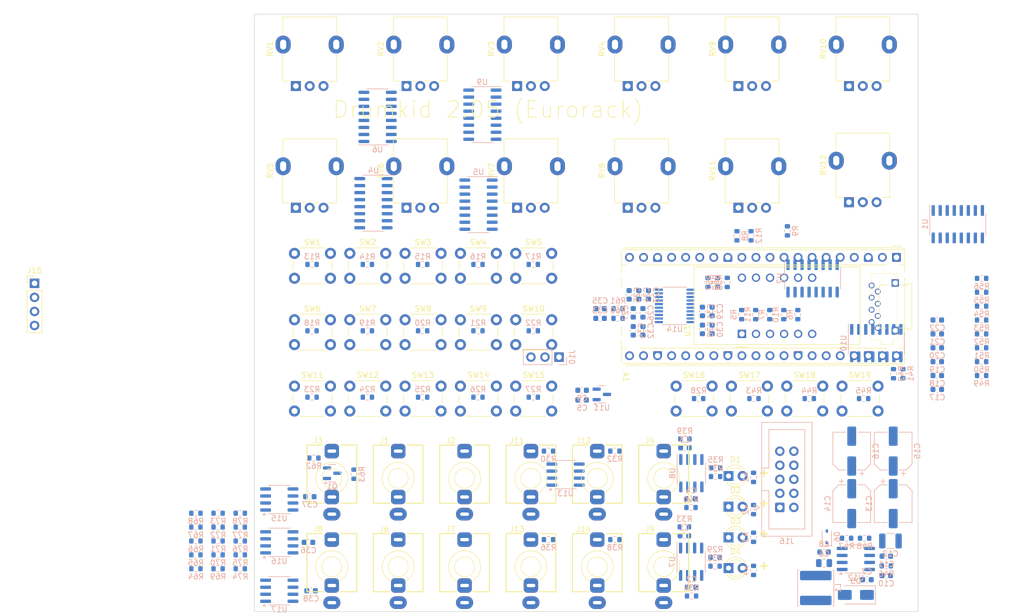
<source format=kicad_pcb>
(kicad_pcb (version 20241229) (generator "pcbnew") (generator_version "9.0")
  (layers (0 "F.Cu" signal) (4 "In1.Cu" signal) (6 "In2.Cu" signal) (2 "B.Cu" signal) (13 "F.Paste" user) (15 "B.Paste" user) (5 "F.SilkS" user "F.Silkscreen") (7 "B.SilkS" user "B.Silkscreen") (1 "F.Mask" user) (3 "B.Mask" user) (25 "Edge.Cuts" user))
  (net 0 "")
  (net 2 "CV_IN_3")
  (net 4 "GND")
  (net 5 "Net-(D1-A)")
  (net 6 "CV_IN_4")
  (net 7 "+12V")
  (net 8 "TRIGGER_OUT_1_EURO")
  (net 9 "TRIGGER_OUT_2_EURO")
  (net 10 "TRIGGER_OUT_3_EURO")
  (net 11 "TRIGGER_OUT_4_EURO")
  (net 12 "SYNC_IN_EURO")
  (net 13 "SYNC_OUT_EURO")
  (net 15 "SD_CLOCK")
  (net 16 "SD_SERIAL_OUT")
  (net 17 "SD_SERIAL_IN")
  (net 18 "SD_CHIP_SELECT")
  (net 19 "595_DATA")
  (net 20 "595_CLOCK")
  (net 21 "595_LATCH")
  (net 24 "EURO_OUT_1")
  (net 25 "165_LOAD")
  (net 26 "165_CLOCK")
  (net 27 "165_DATA")
  (net 28 "+5V")
  (net 29 "4051_ADDRESS_A")
  (net 30 "4051_ADDRESS_B")
  (net 31 "4051_ADDRESS_C")
  (net 33 "4051_READING_0")
  (net 34 "4051_READING_1")
  (net 35 "Net-(D5-K)")
  (net 36 "EURO_OUT_2")
  (net 38 "Net-(J14-PadT)")
  (net 40 "Net-(U7A--)")
  (net 41 "+3.3VDAC")
  (net 42 "Net-(U2-QB)")
  (net 43 "Net-(U2-QC)")
  (net 44 "Net-(U2-QD)")
  (net 45 "Net-(U2-QE)")
  (net 46 "Net-(U2-QF)")
  (net 47 "Net-(U2-QG)")
  (net 48 "Net-(U2-QH)")
  (net 49 "Net-(C10-Pad1)")
  (net 50 "Net-(U2-QA)")
  (net 51 "Net-(U7B--)")
  (net 52 "Net-(D6-A)")
  (net 53 "LINE_OUT_L")
  (net 54 "Net-(U12-BOOT)")
  (net 55 "LINE_OUT_R")
  (net 56 "Net-(U12-SS)")
  (net 57 "-12V")
  (net 58 "Net-(U12-COMP)")
  (net 59 "Net-(C18-Pad2)")
  (net 60 "Net-(C17-Pad2)")
  (net 62 "Net-(U13A--)")
  (net 63 "Net-(C21-Pad2)")
  (net 64 "Net-(C22-Pad2)")
  (net 65 "Net-(U13B--)")
  (net 66 "Net-(U8A--)")
  (net 67 "CV_IN_1")
  (net 68 "Net-(U8B--)")
  (net 69 "CV_IN_2")
  (net 70 "Net-(U14-CAPM)")
  (net 71 "Net-(U14-CAPP)")
  (net 75 "SERIAL_RX")
  (net 76 "DAC_LRC")
  (net 77 "DAC_BCLK")
  (net 78 "TRIGGER_OUT_1")
  (net 79 "DAC_DOUT")
  (net 80 "SERIAL_TX")
  (net 82 "Net-(D2-A)")
  (net 83 "Net-(D3-A)")
  (net 84 "Net-(D4-A)")
  (net 85 "TRIGGER_OUT_2")
  (net 86 "TRIGGER_OUT_3")
  (net 87 "TRIGGER_OUT_4")
  (net 88 "SYNC_OUT")
  (net 89 "+3.3V")
  (net 90 "SYNC_IN")
  (net 91 "Net-(U14-VNEG)")
  (net 92 "Net-(U14-LDOO)")
  (net 93 "Net-(U5-D0)")
  (net 95 "Net-(J11-PadT)")
  (net 96 "Net-(J12-PadT)")
  (net 97 "Net-(J15-Pin_1)")
  (net 98 "Net-(J13-PadT)")
  (net 99 "Net-(U5-D1)")
  (net 100 "Net-(U5-D2)")
  (net 101 "Net-(U5-D3)")
  (net 102 "Net-(U5-D4)")
  (net 103 "Net-(U5-D5)")
  (net 104 "Net-(U5-D6)")
  (net 105 "Net-(U5-D7)")
  (net 106 "Net-(Q1-B)")
  (net 108 "/Shift register in 1/DATA_OUT")
  (net 109 "Net-(J15-Pin_3)")
  (net 110 "Net-(J15-Pin_2)")
  (net 111 "/Shift register in 2/DATA_OUT")
  (net 112 "Net-(J15-Pin_4)")
  (net 113 "Net-(U1-QE)")
  (net 114 "Net-(U3-e)")
  (net 115 "Net-(U1-QG)")
  (net 116 "Net-(U3-g)")
  (net 117 "12V DETECTION")
  (net 118 "Net-(U3-DPX)")
  (net 119 "Net-(U1-QH)")
  (net 120 "Net-(U1-QA)")
  (net 121 "Net-(U3-a)")
  (net 122 "Net-(U3-b)")
  (net 123 "Net-(U1-QB)")
  (net 124 "Net-(U3-c)")
  (net 125 "Net-(U1-QC)")
  (net 126 "Net-(U1-QD)")
  (net 127 "Net-(U3-d)")
  (net 128 "Net-(U3-f)")
  (net 129 "Net-(U1-QF)")
  (net 130 "Net-(U4-D0)")
  (net 131 "Net-(U4-D1)")
  (net 132 "Net-(U4-D2)")
  (net 133 "Net-(U4-D3)")
  (net 134 "Net-(U4-D4)")
  (net 135 "Net-(U4-D5)")
  (net 136 "Net-(U4-D6)")
  (net 137 "Net-(U4-D7)")
  (net 138 "Net-(U10-D0)")
  (net 139 "Net-(U10-D1)")
  (net 140 "Net-(U16B--)")
  (net 141 "Net-(U16A--)")
  (net 142 "Net-(R66-Pad1)")
  (net 143 "Net-(R67-Pad1)")
  (net 144 "Net-(U17B--)")
  (net 145 "Net-(U17A--)")
  (net 146 "Net-(R72-Pad1)")
  (net 147 "Net-(R73-Pad1)")
  (net 148 "Net-(U10-D2)")
  (net 149 "Net-(R77-Pad1)")
  (net 150 "Net-(U12-VSENSE)")
  (net 151 "Net-(U14-BCK)")
  (net 152 "Net-(U14-DIN)")
  (net 153 "Net-(U14-LRCK)")
  (net 154 "Net-(U14-OUTL)")
  (net 155 "Net-(U14-OUTR)")
  (net 156 "Net-(U15B--)")
  (net 157 "Net-(U15A--)")
  (net 158 "Net-(U6-A0)")
  (net 159 "Net-(U6-A1)")
  (net 160 "Net-(U6-A2)")
  (net 161 "Net-(U6-A3)")
  (net 162 "Net-(U6-A4)")
  (net 163 "Net-(U6-A5)")
  (net 164 "Net-(U6-A6)")
  (net 165 "Net-(U6-A7)")
  (net 166 "Net-(U9-A0)")
  (net 167 "Net-(U9-A1)")
  (net 168 "Net-(U9-A2)")
  (net 169 "Net-(U9-A3)")
  (net 170 "Net-(U1-QH')")
  (footprint "Button_Switch_THT:SW_PUSH_6mm" (layer "F.Cu") (at 117.25 95.25)
    (property "Reference" "SW10")
    (property "Value" "SW_Push")
  )
  (footprint "Button_Switch_THT:SW_PUSH_6mm" (layer "F.Cu") (at 97.25 95.25)
    (property "Reference" "SW8")
    (property "Value" "SW_Push")
  )
  (footprint "Library:Potentiometer_Alpha_RD901F-40-00D_Single_Vertical" (layer "F.Cu") (at 117.5 53 90)
    (property "Reference" "RV3")
    (property "Value" "10k")
  )
  (footprint "AudioJacks:Jack_3.5mm_QingPu_WQP-PJ398SM_Vertical" (layer "F.Cu") (at 96 123.92)
    (property "Reference" "J1")
    (property "Value" "Trigger_Out_1")
  )
  (footprint "AudioJacks:Jack_3.5mm_QingPu_WQP-PJ398SM_Vertical" (layer "F.Cu") (at 132 123.92)
    (property "Reference" "J12")
    (property "Value" "CV_In_2")
  )
  (footprint "Library:Potentiometer_Alpha_RD901F-40-00D_Single_Vertical" (layer "F.Cu") (at 137.5 75 90)
    (property "Reference" "RV8")
    (property "Value" "10k")
  )
  (footprint "AudioJacks:Jack_3.5mm_QingPu_WQP-PJ398SM_Vertical" (layer "F.Cu") (at 120 123.92)
    (property "Reference" "J11")
    (property "Value" "CV_In_1")
  )
  (footprint "Button_Switch_THT:SW_PUSH_6mm" (layer "F.Cu") (at 176.25 107.25)
    (property "Reference" "SW19")
    (property "Value" "SW_Push")
  )
  (footprint "AudioJacks:Jack_3.5mm_QingPu_WQP-PJ398SM_Vertical" (layer "F.Cu") (at 144 139.92)
    (property "Reference" "J9")
    (property "Value" "Euro_Out_2")
  )
  (footprint "Library:Potentiometer_Alpha_RD901F-40-00D_Single_Vertical" (layer "F.Cu") (at 137.5 53 90)
    (property "Reference" "RV4")
    (property "Value" "10k")
  )
  (footprint "Button_Switch_THT:SW_PUSH_6mm" (layer "F.Cu") (at 97.25 83.25)
    (property "Reference" "SW3")
    (property "Value" "SW_Push")
  )
  (footprint "Library:Potentiometer_Alpha_RD901F-40-00D_Single_Vertical" (layer "F.Cu") (at 77.5 53 90)
    (property "Reference" "RV1")
    (property "Value" "10k")
  )
  (footprint "Library:Potentiometer_Alpha_RD901F-40-00D_Single_Vertical" (layer "F.Cu") (at 177.5 53 90)
    (property "Reference" "RV10")
    (property "Value" "10k")
  )
  (footprint "AudioJacks:Jack_3.5mm_QingPu_WQP-PJ398SM_Vertical" (layer "F.Cu") (at 84 123.92)
    (property "Reference" "J3")
    (property "Value" "Sync_In")
  )
  (footprint "Button_Switch_THT:SW_PUSH_6mm" (layer "F.Cu") (at 107.25 95.25)
    (property "Reference" "SW9")
    (property "Value" "SW_Push")
  )
  (footprint "AudioJacks:Jack_3.5mm_QingPu_WQP-PJ398SM_Vertical" (layer "F.Cu") (at 120 139.92)
    (property "Reference" "J13")
    (property "Value" "CV_In_3")
  )
  (footprint "AudioJacks:Jack_3.5mm_QingPu_WQP-PJ398SM_Vertical" (layer "F.Cu") (at 132 139.92)
    (property "Reference" "J14")
    (property "Value" "CV_In_4")
  )
  (footprint "Button_Switch_THT:SW_PUSH_6mm" (layer "F.Cu") (at 77.25 95.25)
    (property "Reference" "SW6")
    (property "Value" "SW_Push")
  )
  (footprint "Library:Potentiometer_Alpha_RD901F-40-00D_Single_Vertical" (layer "F.Cu") (at 117.5 75 90)
    (property "Reference" "RV7")
    (property "Value" "10k")
  )
  (footprint "Button_Switch_THT:SW_PUSH_6mm" (layer "F.Cu") (at 156.25 107.25)
    (property "Reference" "SW17")
    (property "Value" "SW_Push")
  )
  (footprint "Button_Switch_THT:SW_PUSH_6mm" (layer "F.Cu") (at 77.25 83.25)
    (property "Reference" "SW1")
    (property "Value" "SW_Push")
  )
  (footprint "Library:SR410361N" (layer "F.Cu") (at 158.15 97.81 90)
    (property "Reference" "U3")
    (property "Value" "CA56-12EWA")
  )
  (footprint "misc:YAMAICHI_MICROSD_VERTICAL" (layer "F.Cu") (at 182.7 92.9 90)
    (property "Reference" "J5" (hide yes))
    (property "Value" "Micro_SD_Card" (hide yes))
  )
  (footprint "LED_THT:LED_D3.0mm" (layer "F.Cu") (at 155.725 134.6)
    (property "Reference" "D3")
    (property "Value" "LED")
  )
  (footprint "Library:Potentiometer_Alpha_RD901F-40-00D_Single_Vertical" (layer "F.Cu") (at 157.5 75 90)
    (property "Reference" "RV11")
    (property "Value" "10k")
  )
  (footprint "Library:Potentiometer_Alpha_RD901F-40-00D_Single_Vertical" (layer "F.Cu") (at 157.5 53 90)
    (property "Reference" "RV9")
    (property "Value" "10k")
  )
  (footprint "AudioJacks:Jack_3.5mm_QingPu_WQP-PJ398SM_Vertical" (layer "F.Cu") (at 96 139.92)
    (property "Reference" "J6")
    (property "Value" "Trigger_Out_3")
  )
  (footprint "Button_Switch_THT:SW_PUSH_6mm" (layer "F.Cu") (at 117.25 107.25)
    (property "Reference" "SW15")
    (property "Value" "SW_Push")
  )
  (footprint "Button_Switch_THT:SW_PUSH_6mm" (layer "F.Cu") (at 97.25 107.25)
    (property "Reference" "SW13")
    (property "Value" "SW_Push")
  )
  (footprint "Button_Switch_THT:SW_PUSH_6mm" (layer "F.Cu") (at 166.25 107.25)
    (property "Reference" "SW18")
    (property "Value" "SW_Push")
  )
  (footprint "Button_Switch_THT:SW_PUSH_6mm" (layer "F.Cu") (at 77.25 107.25)
    (property "Reference" "SW11")
    (property "Value" "SW_Push")
  )
  (footprint "Button_Switch_THT:SW_PUSH_6mm" (layer "F.Cu") (at 87.25 83.25)
    (property "Reference" "SW2")
    (property "Value" "SW_Push")
  )
  (footprint "Button_Switch_THT:SW_PUSH_6mm" (layer "F.Cu") (at 87.25 95.25)
    (property "Reference" "SW7")
    (property "Value" "SW_Push")
  )
  (footprint "LED_THT:LED_D3.0mm" (layer "F.Cu") (at 155.725 129.05)
    (property "Reference" "D2")
    (property "Value" "LED")
  )
  (footprint "LED_THT:LED_D3.0mm" (layer "F.Cu") (at 155.725 123.5)
    (property "Reference" "D1")
    (property "Value" "LED")
  )
  (footprint "AudioJacks:Jack_3.5mm_QingPu_WQP-PJ398SM_Vertical" (layer "F.Cu") (at 144 123.92)
    (property "Reference" "J4")
    (property "Value" "Euro_Out_1")
  )
  (footprint "Button_Switch_THT:SW_PUSH_6mm" (layer "F.Cu") (at 87.25 107.25)
    (property "Reference" "SW12")
    (property "Value" "SW_Push")
  )
  (footprint "LED_THT:LED_D3.0mm" (layer "F.Cu") (at 155.725 140.15)
    (property "Reference" "D4")
    (property "Value" "LED")
  )
  (footprint "Button_Switch_THT:SW_PUSH_6mm" (layer "F.Cu") (at 107.25 83.25)
    (property "Reference" "SW4")
    (property "Value" "SW_Push")
  )
  (footprint "Library:Potentiometer_Alpha_RD901F-40-00D_Single_Vertical" (layer "F.Cu") (at 177.5 74 90)
    (property "Reference" "RV12")
    (property "Value" "10k")
  )
  (footprint "AudioJacks:Jack_3.5mm_QingPu_WQP-PJ398SM_Vertical" (layer "F.Cu") (at 108 139.92)
    (property "Reference" "J7")
    (property "Value" "Trigger_Out_4")
  )
  (footprint "Library:Potentiometer_Alpha_RD901F-40-00D_Single_Vertical" (layer "F.Cu") (at 97.5 75 90)
    (property "Reference" "RV6")
    (property "Value" "10k")
  )
  (footprint "Connector_PinHeader_2.54mm:PinHeader_1x04_P2.54mm_Vertical" (layer "F.Cu") (at 30.25 88.67)
    (property "Reference" "J15")
    (property "Value" "Conn_01x04_Pin")
  )
  (footprint "AudioJacks:Jack_3.5mm_QingPu_WQP-PJ398SM_Vertical" (layer "F.Cu") (at 108 123.92)
    (property "Reference" "J2")
    (property "Value" "Trigger_Out_2")
  )
  (footprint "Library:Potentiometer_Alpha_RD901F-40-00D_Single_Vertical" (layer "F.Cu") (at 77.5 75 90)
    (property "Reference" "RV5")
    (property "Value" "10k")
  )
  (footprint "Button_Switch_THT:SW_PUSH_6mm" (layer "F.Cu") (at 117.25 83.25)
    (property "Reference" "SW5")
    (property "Value" "SW_Push")
  )
  (footprint "Library:Potentiometer_Alpha_RD901F-40-00D_Single_Vertical" (layer "F.Cu") (at 97.5 53 90)
    (property "Reference" "RV2")
    (property "Value" "10k")
  )
  (footprint "Button_Switch_THT:SW_PUSH_6mm" (layer "F.Cu") (at 146.25 107.25)
    (property "Reference" "SW16")
    (property "Value" "SW_Push")
  )
  (footprint "AudioJacks:Jack_3.5mm_QingPu_WQP-PJ398SM_Vertical" (layer "F.Cu") (at 84 139.92)
    (property "Reference" "J8")
    (property "Value" "Sync_Out")
  )
  (footprint "Library:RaspberryPi_Pico_Common_THT" (layer "F.Cu") (at 186.08 83.97 -90)
    (property "Reference" "A1")
    (property "Value" "RaspberryPi_Pico")
  )
  (footprint "Button_Switch_THT:SW_PUSH_6mm" (layer "F.Cu") (at 107.25 107.25)
    (property "Reference" "SW14")
    (property "Value" "SW_Push")
  )
  (footprint "Resistor_SMD:R_0603_1608Metric" (layer "B.Cu") (at 80.425 109.25 180)
    (property "Reference" "R23")
    (property "Value" "10k")
  )
  (footprint "Resistor_SMD:R_0603_1608Metric" (layer "B.Cu") (at 120.425 109.25 180)
    (property "Reference" "R27")
    (property "Value" "10k")
  )
  (footprint "Package_TO_SOT_SMD:SOT-23" (layer "B.Cu") (at 132.8125 108.75)
    (property "Reference" "U11")
    (property "Value" "AP7333-33SAG")
  )
  (footprint "Capacitor_SMD:C_0603_1608Metric" (layer "B.Cu") (at 151 93.75 90)
    (property "Reference" "C31")
    (property "Value" "0.1uF")
  )
  (footprint "Capacitor_SMD:C_0603_1608Metric" (layer "B.Cu") (at 180.75 142.25 180)
    (property "Reference" "C7")
    (property "Value" "100nF")
  )
  (footprint "Resistor_SMD:R_0603_1608Metric" (layer "B.Cu") (at 153.29 138.2 180)
    (property "Reference" "R29")
    (property "Value" "240k")
  )
  (footprint "Resistor_SMD:R_0603_1608Metric" (layer "B.Cu") (at 63.435 132.74)
    (property "Reference" "R72")
    (property "Value" "100k")
  )
  (footprint "Resistor_SMD:R_0603_1608Metric" (layer "B.Cu") (at 160.25 123.75 -90)
    (property "Reference" "R1")
    (property "Value" "75R")
  )
  (footprint "Resistor_SMD:R_0603_1608Metric" (layer "B.Cu") (at 120.425 97.25 180)
    (property "Reference" "R22")
    (property "Value" "10k")
  )
  (footprint "Capacitor_SMD:C_0603_1608Metric" (layer "B.Cu") (at 79.775 135.5)
    (property "Reference" "C36")
    (property "Value" "100n")
  )
  (footprint "Resistor_SMD:R_0603_1608Metric" (layer "B.Cu") (at 135.75 93.25 180)
    (property "Reference" "R61")
    (property "Value" "470R")
  )
  (footprint "Resistor_SMD:R_0603_1608Metric" (layer "B.Cu") (at 120.425 85.25 180)
    (property "Reference" "R17")
    (property "Value" "10k")
  )
  (footprint "Resistor_SMD:R_0603_1608Metric" (layer "B.Cu") (at 59.425 140.27)
    (property "Reference" "R64")
    (property "Value" "100k")
  )
  (footprint "Resistor_SMD:R_0603_1608Metric" (layer "B.Cu") (at 80.425 97.25 180)
    (property "Reference" "R18")
    (property "Value" "10k")
  )
  (footprint "Resistor_SMD:R_0603_1608Metric" (layer "B.Cu") (at 67.445 137.76)
    (property "Reference" "R75")
    (property "Value" "1k")
  )
  (footprint "Capacitor_SMD:CP_Elec_6.3x7.7" (layer "B.Cu") (at 178 128.5 -90)
    (property "Reference" "C14")
    (property "Value" "470uF")
  )
  (footprint "Resistor_SMD:R_0603_1608Metric" (layer "B.Cu") (at 67.445 135.25)
    (property "Reference" "R76")
    (property "Value" "100k")
  )
  (footprint "Capacitor_SMD:C_0603_1608Metric" (layer "B.Cu") (at 173 137.25 180)
    (property "Reference" "C8")
    (property "Value" "8.2nF")
  )
  (footprint "Package_SO:SOIC-8_3.9x4.9mm_P1.27mm" (layer "B.Cu") (at 74.5 144.25)
    (property "Reference" "U17")
    (property "Value" "TL072")
  )
  (footprint "Resistor_SMD:R_0603_1608Metric" (layer "B.Cu") (at 59.425 137.76)
    (property "Reference" "R65")
    (property "Value" "100k")
  )
  (footprint "Resistor_SMD:R_0603_1608Metric" (layer "B.Cu") (at 160.325 109.5 180)
    (property "Reference" "R43")
    (property "Value" "10k")
  )
  (footprint "Capacitor_SMD:C_0603_1608Metric" (layer "B.Cu") (at 184.25 141.5)
    (property "Reference" "C10")
    (property "Value" "1nF")
  )
  (footprint "Resistor_SMD:R_0603_1608Metric" (layer "B.Cu") (at 160.63 94.325 -90)
    (property "Reference" "R11")
    (property "Value" "75R")
  )
  (footprint "Capacitor_SMD:C_0603_1608Metric" (layer "B.Cu") (at 138.5 94 -90)
    (property "Reference" "C27")
    (property "Value" "2.2uF")
  )
  (footprint "Capacitor_SMD:C_0603_1608Metric" (layer "B.Cu") (at 137.75 90.75 90)
    (property "Reference" "C25")
    (property "Value" "10uF")
  )
  (footprint "Resistor_SMD:R_0603_1608Metric" (layer "B.Cu") (at 153.39 122 180)
    (property "Reference" "R35")
    (property "Value" "240k")
  )
  (footprint "Resistor_SMD:R_0603_1608Metric" (layer "B.Cu") (at 166.37 79.185 90)
    (property "Reference" "R9")
    (property "Value" "75R")
  )
  (footprint "Capacitor_SMD:C_0603_1608Metric" (layer "B.Cu") (at 129.25 109.76)
    (property "Reference" "C5")
    (property "Value" "1uF")
  )
  (footprint "Capacitor_SMD:C_0603_1608Metric" (layer "B.Cu") (at 193.465 102.83)
    (property "Reference" "C19")
    (property "Value" "100n")
  )
  (footprint "Resistor_SMD:R_0603_1608Metric" (layer "B.Cu") (at 158.09 94.325 -90)
    (property "Reference" "R5")
    (property "Value" "75R")
  )
  (footprint "Capacitor_SMD:C_1210_3225Metric" (layer "B.Cu") (at 185 135.25)
    (property "Reference" "C12")
    (property "Value" "47uF")
  )
  (footprint "Resistor_SMD:R_0603_1608Metric" (layer "B.Cu") (at 110.425 109.25 180)
    (property "Reference" "R26")
    (property "Value" "10k")
  )
  (footprint "Resistor_SMD:R_0603_1608Metric" (layer "B.Cu") (at 170.325 109.5 180)
    (property "Reference" "R44")
    (property "Value" "10k")
  )
  (footprint "Package_SO:SOIC-16_3.9x9.9mm_P1.27mm" (layer "B.Cu") (at 92.275 58.575)
    (property "Reference" "U6")
    (property "Value" "74HC4051")
  )
  (footprint "Resistor_SMD:R_0603_1608Metric" (layer "B.Cu") (at 90.425 85.25 180)
    (property "Reference" "R14")
    (property "Value" "10k")
  )
  (footprint "Resistor_SMD:R_0603_1608Metric" (layer "B.Cu") (at 157.25 80.075 90)
    (property "Reference" "R8")
    (property "Value" "75R")
  )
  (footprint "Package_SO:SOIC-16_3.9x9.9mm_P1.27mm" (layer "B.Cu") (at 197.175 77.975 -90)
    (property "Reference" "U1")
    (property "Value" "74HC595")
  )
  (footprint "Capacitor_SMD:C_0603_1608Metric" (layer "B.Cu") (at 132.5 93.25 180)
    (property "Reference" "C35")
    (property "Value" "2.2nF")
  )
  (footprint "Resistor_SMD:R_0603_1608Metric" (layer "B.Cu") (at 59.425 132.74)
    (property "Reference" "R67")
    (property "Value" "100k")
  )
  (footprint "Resistor_SMD:R_0603_1608Metric" (layer "B.Cu") (at 123.175 119)
    (property "Reference" "R30")
    (property "Value" "100k")
  )
  (footprint "Resistor_SMD:R_0603_1608Metric" (layer "B.Cu") (at 100.425 85.25 180)
    (property "Reference" "R15")
    (property "Value" "10k")
  )
  (footprint "Resistor_SMD:R_0603_1608Metric" (layer "B.Cu") (at 123.175 135)
    (property "Reference" "R36")
    (property "Value" "100k")
  )
  (footprint "Resistor_SMD:R_0603_1608Metric" (layer "B.Cu") (at 110.425 97.25 180)
    (property "Reference" "R21")
    (property "Value" "10k")
  )
  (footprint "Capacitor_SMD:CP_Elec_6.3x7.7" (layer "B.Cu") (at 178 119 90)
    (property "Reference" "C16")
    (property "Value" "470uF")
  )
  (footprint "Resistor_SMD:R_0603_1608Metric" (layer "B.Cu") (at 100.425 97.25 180)
    (property "Reference" "R20")
    (property "Value" "10k")
  )
  (footprint "Resistor_SMD:R_0603_1608Metric" (layer "B.Cu") (at 165.71 94.325 -90)
    (property "Reference" "R10")
    (property "Value" "75R")
  )
  (footprint "Resistor_SMD:R_0603_1608Metric" (layer "B.Cu") (at 80.425 85.25 180)
    (property "Reference" "R13")
    (property "Value" "10k")
  )
  (footprint "Package_SO:SOIC-8_3.9x4.9mm_P1.27mm" (layer "B.Cu") (at 74.5 127.75)
    (property "Reference" "U15")
    (property "Value" "TL072")
  )
  (footprint "Capacitor_SMD:C_0603_1608Metric" (layer "B.Cu") (at 193.465 95.3)
    (property "Reference" "C22")
    (property "Value" "18p")
  )
  (footprint "Capacitor_SMD:C_0603_1608Metric" (layer "B.Cu") (at 80.25 144.25)
    (property "Reference" "C38")
    (property "Value" "100n")
  )
  (footprint "Resistor_SMD:R_0603_1608Metric" (layer "B.Cu") (at 160.25 140.575 -90)
    (property "Reference" "R4")
    (property "Value" "75R")
  )
  (footprint "Package_SO:TSSOP-20_4.4x6.5mm_P0.65mm" (layer "B.Cu") (at 146 92.75)
    (property "Reference" "U14")
    (property "Value" "PCM5102")
  )
  (footprint "Resistor_SMD:R_0603_1608Metric" (layer "B.Cu") (at 201.485 100.32)
    (property "Reference" "R51")
    (property "Value" "5.6k")
  )
  (footprint "Resistor_SMD:R_0603_1608Metric" (layer "B.Cu") (at 59.425 130.23)
    (property "Reference" "R68")
    (property "Value" "1k")
  )
  (footprint "Capacitor_SMD:C_0603_1608Metric" (layer "B.Cu") (at 151 97 90)
    (property "Reference" "C28")
    (property "Value" "0.1uF")
  )
  (footprint "Resistor_SMD:R_0603_1608Metric" (layer "B.Cu") (at 152 88.5 90)
    (property "Reference" "R59")
    (property "Value" "56R")
  )
  (footprint "Capacitor_SMD:C_0603_1608Metric" (layer "B.Cu") (at 141.25 90.75 90)
    (property "Reference" "C23")
    (property "Value" "0.1uF")
  )
  (footprint "Capacitor_SMD:C_0603_1608Metric" (layer "B.Cu") (at 140.25 94 90)
    (property "Reference" "C26")
    (property "Value" "2.2uF")
  )
  (footprint "Resistor_SMD:R_0603_1608Metric" (layer "B.Cu") (at 163.17 94.325 -90)
    (property "Reference" "R7")
    (property "Value" "75R")
  )
  (footprint "Capacitor_SMD:C_0603_1608Metric" (layer "B.Cu") (at 148.94 127.6 180)
    (property "Reference" "C4")
    (property "Value" "1n")
  )
  (footprint "Resistor_SMD:R_0603_1608Metric" (layer "B.Cu") (at 110.425 85.25 180)
    (property "Reference" "R16")
    (property "Value" "10k")
  )
  (footprint "Capacitor_SMD:C_0603_1608Metric" (layer "B.Cu") (at 184.25 138)
    (property "Reference" "C11")
    (property "Value" "10pF")
  )
  (footprint "Resistor_SMD:R_0603_1608Metric" (layer "B.Cu") (at 184.25 139.75)
    (property "Reference" "R46")
    (property "Value" "42.2k")
  )
  (footprint "Resistor_SMD:R_0603_1608Metric" (layer "B.Cu") (at 135.75 95 180)
    (property "Reference" "R60")
    (property "Value" "470R")
  )
  (footprint "Resistor_SMD:R_0603_1608Metric" (layer "B.Cu") (at 168.25 94.325 -90)
    (property "Reference" "R6")
    (property "Value" "75R")
  )
  (footprint "Resistor_SMD:R_0603_1608Metric" (layer "B.Cu") (at 67.445 130.23)
    (property "Reference" "R78")
    (property "Value" "1k")
  )
  (footprint "Diode_SMD:D_SOD-323" (layer "B.Cu") (at 173.5 134.5 90)
    (property "Reference" "D6")
    (property "Value" "1N5819WS")
  )
  (footprint "Resistor_SMD:R_0603_1608Metric" (layer "B.Cu") (at 63.435 140.27)
    (property "Reference" "R69")
    (property "Value" "1k")
  )
  (footprint "Capacitor_SMD:C_0603_1608Metric" (layer "B.Cu") (at 193.465 97.81)
    (property "Reference" "C21")
    (property "Value" "18p")
  )
  (footprint "Capacitor_SMD:C_0603_1608Metric" (layer "B.Cu") (at 139.5 90.75 90)
    (property "Reference" "C24")
    (property "Value" "1uF")
  )
  (footprint "Resistor_SMD:R_0603_1608Metric" (layer "B.Cu") (at 201.485 95.3)
    (property "Reference" "R53")
    (property "Value" "39k")
  )
  (footprint "Package_SO:SOIC-16_3.9x9.9mm_P1.27mm" (layer "B.Cu") (at 170.925 87.775 -90)
    (property "Reference" "U2")
    (property "Value" "74HC595")
  )
  (footprint "Capacitor_SMD:C_0603_1608Metric" (layer "B.Cu") (at 152.75 93.75 90)
    (property "Reference" "C29")
    (property "Value" "1uF")
  )
  (footprint "Capacitor_SMD:C_0603_1608Metric" (layer "B.Cu") (at 193.465 107.85)
    (property "Reference" "C17")
    (property "Value" "10uF")
  )
  (footprint "Resistor_SMD:R_0603_1608Metric" (layer "B.Cu") (at 185.55 105 90)
    (property "Reference" "R42")
    (property "Value" "100k")
  )
  (footprint "Package_SO:SOIC-16_3.9x9.9mm_P1.27mm" (layer "B.Cu") (at 111.225 58.175 180)
    (property "Reference" "U9")
    (property "Value" "74HC4051")
  )
  (footprint "Capacitor_SMD:C_0603_1608Metric" (layer "B.Cu") (at 149.04 143.6 180)
    (property "Reference" "C2")
    (property "Value" "1n")
  )
  (footprint "Package_SO:SOIC-8_3.9x4.9mm_P1.27mm" (layer "B.Cu") (at 126.25 123.25)
    (property "Reference" "U13")
    (property "Value" "TL072")
  )
  (footprint "Resistor_SMD:R_0603_1608Metric" (layer "B.Cu") (at 201.485 87.77)
    (property "Reference" "R56")
    (property "Value" "1k")
  )
  (footprint "Resistor_SMD:R_0603_1608Metric" (layer "B.Cu") (at 160.25 129.575 -90)
    (property "Reference" "R2")
    (property "Value" "75R")
  )
  (footprint "Connector_PinHeader_2.54mm:PinHeader_1x03_P2.54mm_Vertical" (layer "B.Cu") (at 125.08 102 90)
    (property "Reference" "J10")
    (property "Value" "Conn_01x03_Pin")
  )
  (footprint "Resistor_SMD:R_0603_1608Metric" (layer "B.Cu") (at 67.445 132.74)
    (property "Reference" "R77")
    (property "Value" "100k")
  )
  (footprint "Package_TO_SOT_SMD:SOT-23" (layer "B.Cu") (at 84.0625 123)
    (property "Reference" "Q1")
    (property "Value" "MMBT3904")
  )
  (footprint "Resistor_SMD:R_0603_1608Metric" (layer "B.Cu") (at 201.485 97.81)
    (property "Reference" "R52")
    (property "Value" "5.6k")
  )
  (footprint "Capacitor_SMD:C_0603_1608Metric" (layer "B.Cu") (at 132.5 95 180)
    (property "Reference" "C33")
    (property "Value" "2.2nF")
  )
  (footprint "Capacitor_SMD:CP_Elec_6.3x7.7" (layer "B.Cu") (at 185.5 119 90)
    (property "Reference" "C15")
    (property "Value" "470uF")
  )
  (footprint "Resistor_SMD:R_0603_1608Metric" (layer "B.Cu") (at 159.79 80.075 90)
    (property "Reference" "R12")
    (property "Value" "75R")
  )
  (footprint "Capacitor_SMD:C_0805_2012Metric" (layer "B.Cu") (at 173 139.25 180)
    (property "Reference" "C6")
    (property "Value" "22uF")
  )
  (footprint "Capacitor_SMD:C_0603_1608Metric" (layer "B.Cu") (at 140.25 97.25 90)
    (property "Reference" "C32")
    (property "Value" "0.1uF")
  )
  (footprint "Connector_IDC:IDC-Header_2x05_P2.54mm_Vertical" (layer "B.Cu") (at 165 129.18)
    (property "Reference" "J16")
    (property "Value" "Eurorack_Power")
  )
  (footprint "Package_SO:SOIC-16_3.9x9.9mm_P1.27mm" (layer "B.Cu") (at 110.525 74.445 180)
    (property "Reference" "U5")
    (property "Value" "74HC165")
  )
  (footprint "Capacitor_SMD:C_0603_1608Metric" (layer "B.Cu") (at 147.74 134.3 180)
    (property "Reference" "C1")
    (property "Value" "1n")
  )
  (footprint "Capacitor_SMD:CP_Elec_6.3x7.7" (layer "B.Cu") (at 185.5 128.5 -90)
    (property "Reference" "C13")
    (property "Value" "470uF")
  )
  (footprint "Resistor_SMD:R_0603_1608Metric" (layer "B.Cu") (at 150.325 109.5 180)
    (property "Reference" "R28")
    (property "Value" "10k")
  )
  (footprint "Resistor_SMD:R_0603_1608Metric" (layer "B.Cu") (at 149.04 145.2 180)
    (property "Reference" "R34")
    (property "Value" "33k")
  )
  (footprint "Resistor_SMD:R_0603_1608Metric" (layer "B.Cu") (at 147.74 132.7 180)
    (property "Reference" "R33")
    (property "Value" "33k")
  )
  (footprint "Package_SO:SOIC-8_3.9x4.9mm_P1.27mm" (layer "B.Cu") (at 178.75 138.5)
    (property "Reference" "U12")
    (property "Value" "TPS54331DR")
  )
  (footprint "Diode_SMD:D_SMA" (layer "B.Cu") (at 178.75 145 180)
    (property "Reference" "D5")
    (property "Value" "B340A")
  )
  (footprint "Resistor_SMD:R_0603_1608Metric" (layer "B.Cu") (at 155.5 88.5 -90)
    (property "Reference" "R58")
    (property "Value" "56R")
  )
  (footprint "Capacitor_SMD:C_0603_1608Metric" (layer "B.Cu") (at 193.465 105.34)
    (property "Reference" "C18")
    (property "Value" "10uF")
  )
  (footprint "Resistor_SMD:R_0603_1608Metric" (layer "B.Cu") (at 59.425 135.25)
    (property "Reference" "R66")
    (property "Value" "100k")
  )
  (footprint "Package_SO:SOIC-16_3.9x9.9mm_P1.27mm" (layer "B.Cu") (at 182.445 99.475 -90)
    (property "Reference" "U10")
    (property "Value" "74HC165")
  )
  (footprint "Capacitor_SMD:C_0603_1608Metric" (layer "B.Cu") (at 129.25 108)
    (property "Reference" "C9")
    (property "Value" "1uF")
  )
  (footprint "Resistor_SMD:R_0603_1608Metric" (layer "B.Cu") (at 80.75 120.25)
    (property "Reference" "R62")
    (property "Value" "100K")
  )
  (footprint "Capacitor_SMD:C_0603_1608Metric" (layer "B.Cu") (at 193.465 100.32)
    (property "Reference" "C20")
    (property "Value" "100n")
  )
  (footprint "Resistor_SMD:R_0603_1608Metric" (layer "B.Cu") (at 201.485 105.34)
    (property "Reference" "R49")
    (property "Value" "39k")
  )
  (footprint "Package_SO:SOIC-8_3.9x4.9mm_P1.27mm" (layer "B.Cu") (at 148.965 139 -90)
    (property "Reference" "U7")
    (property "Value" "MCP6002-xSN")
  )
  (footprint "Capacitor_SMD:C_0603_1608Metric" (layer "B.Cu") (at 147.84 118.4 180)
    (property "Reference" "C3")
    (property "Value" "1n")
  )
  (footprint "Resistor_SMD:R_0603_1608Metric" (layer "B.Cu") (at 187.25 105 90)
    (property "Reference" "R41")
    (property "Value" "330k")
  )
  (footprint "Resistor_SMD:R_0603_1608Metric" (layer "B.Cu") (at 180.325 134.75)
    (property "Reference" "R48")
    (property "Value" "1.69k")
  )
  (footprint "Capacitor_SMD:C_0603_1608Metric" (layer "B.Cu") (at 80.025 127.24)
    (property "Reference" "C37")
    (property "Value" "100n")
  )
  (footprint "Resistor_SMD:R_0603_1608Metric" (layer "B.Cu") (at 153.75 88.5 -90)
    (property "Reference" "R57")
    (property "Value" "56R")
  )
  (footprint "Resistor_SMD:R_0603_1608Metric" (layer "B.Cu") (at 100.425 109.25 180)
    (property "Reference" "R25")
    (property "Value" "10k")
  )
  (footprint "Resistor_SMD:R_0603_1608Metric" (layer "B.Cu") (at 67.445 140.27)
    (property "Reference" "R74")
    (property "Value" "1k")
  )
  (footprint "Resistor_SMD:R_0603_1608Metric" (layer "B.Cu") (at 201.485 102.83)
    (property "Reference" "R50")
    (property "Value" "39k")
  )
  (footprint "Capacitor_SMD:C_0603_1608Metric" (layer "B.Cu") (at 138.5 97.25 90)
    (property "Reference" "C34")
    (property "Value" "10uF")
  )
  (footprint "Resistor_SMD:R_0603_1608Metric" (layer "B.Cu") (at 177.075 134.75)
    (property "Reference" "R47")
    (property "Value" "10.2k")
  )
  (footprint "Resistor_SMD:R_0603_1608Metric" (layer "B.Cu") (at 63.435 137.76)
    (property "Reference" "R70")
    (property "Value" "100k")
  )
  (footprint "Package_SO:SOIC-8_3.9x4.9mm_P1.27mm" (layer "B.Cu") (at 149 123 -90)
    (property "Reference" "U8")
    (property "Value" "MCP6002-xSN")
  )
  (footprint "Resistor_SMD:R_0603_1608Metric" (layer "B.Cu") (at 153.29 139.8 180)
    (property "Reference" "R31")
    (property "Value" "240k")
  )
  (footprint "Resistor_SMD:R_0603_1608Metric" (layer "B.Cu") (at 147.84 116.8 180)
    (property "Reference" "R39")
    (property "Value" "33k")
  )
  (footprint "Resistor_SMD:R_0603_1608Metric" (layer "B.Cu") (at 135.175 119)
    (property "Reference" "R32")
    (property "Value" "100k")
  )
  (footprint "Resistor_SMD:R_0603_1608Metric" (layer "B.Cu") (at 180.15 109.5 180)
    (property "Reference" "R45")
    (property "Value" "10k")
  )
  (footprint "Resistor_SMD:R_0603_1608Metric" (layer "B.Cu") (at 160.25 134.575 -90)
    (property "Reference" "R3")
    (property "Value" "75R")
  )
  (footprint "Resistor_SMD:R_0603_1608Metric" (layer "B.Cu") (at 201.485 90.28)
    (property "Reference" "R55")
    (property "Value" "1k")
  )
  (footprint "Resistor_SMD:R_0603_1608Metric" (layer "B.Cu") (at 201.485 92.79)
    (property "Reference" "R54")
    (property "Value" "39k")
  )
  (footprint "Capacitor_SMD:C_0603_1608Metric" (layer "B.Cu") (at 152.75 97 90)
    (property "Reference" "C30")
    (property "Value" "10uF")
  )
  (footprint "Resistor_SMD:R_0603_1608Metric" (layer "B.Cu") (at 153.39 123.6 180)
    (property "Reference" "R37")
    (property "Value" "240k")
  )
  (footprint "Resistor_SMD:R_0603_1608Metric" (layer "B.Cu") (at 135.175 135)
    (property "Reference" "R38")
    (property "Value" "100k")
  )
  (footprint "Resistor_SMD:R_0603_1608Metric" (layer "B.Cu") (at 148.94 129.2 180)
    (property "Reference" "R40")
    (property "Value" "33k")
  )
  (footprint "Resistor_SMD:R_0603_1608Metric" (layer "B.Cu") (at 63.435 135.25)
    (property "Reference" "R71")
    (property "Value" "100k")
  )
  (footprint "Resistor_SMD:R_0603_1608Metric" (layer "B.Cu") (at 90.425 97.25 180)
    (property "Reference" "R19")
    (property "Value" "10k")
  )
  (footprint "Resistor_SMD:R_0603_1608Metric" (layer "B.Cu") (at 90.425 109.25 180)
    (property "Reference" "R24")
    (property "Value" "10k")
  )
  (footprint "Package_SO:SOIC-8_3.9x4.9mm_P1.27mm" (layer "B.Cu") (at 74.5 135.5)
    (property "Reference" "U16")
    (property "Value" "TL072")
  )
  (footprint "Resistor_SMD:R_0603_1608Metric" (layer "B.Cu") (at 63.435 130.23)
    (property "Reference" "R73")
    (property "Value" "100k")
  )
  (footprint "Package_SO:SOIC-16_3.9x9.9mm_P1.27mm" (layer "B.Cu") (at 91.525 74.175 180)
    (property "Reference" "U4")
    (property "Value" "74HC165")
  )
  (footprint "Resistor_SMD:R_0603_1608Metric" (layer "B.Cu") (at 88 123.175 90)
    (property "Reference" "R63")
    (property "Value" "10K")
  )
  (footprint "Inductor_SMD:L_Sunlord_SWPA6045S" (layer "B.Cu") (at 171.5 143.75 90)
    (property "Reference" "L1")
    (property "Value" "10uH")
  )
  (gr_rect (start 70 40) (end 190 148) (stroke (width 0.1)) (fill no) (layer "Edge.Cuts"))
  (gr_text "+" (at 161 129.25 0) (layer "F.SilkS") (effects (font (size 1.5 1.5) (thickness 0.3) (bold yes)) (justify left bottom)))
  (gr_text "+" (at 161 134.75 0) (layer "F.SilkS") (effects (font (size 1.5 1.5) (thickness 0.3) (bold yes)) (justify left bottom)))
  (gr_text "+" (at 161 140.5 0) (layer "F.SilkS") (effects (font (size 1.5 1.5) (thickness 0.3) (bold yes)) (justify left bottom)))
  (gr_text "Drumkid 2.05 (Eurorack)" (at 84 59 0) (layer "F.SilkS") (effects (font (size 3 3)) (justify left bottom)))
  (gr_text "+" (at 161 123.75 0) (layer "F.SilkS") (effects (font (size 1.5 1.5) (thickness 0.3) (bold yes)) (justify left bottom)))
)
</source>
